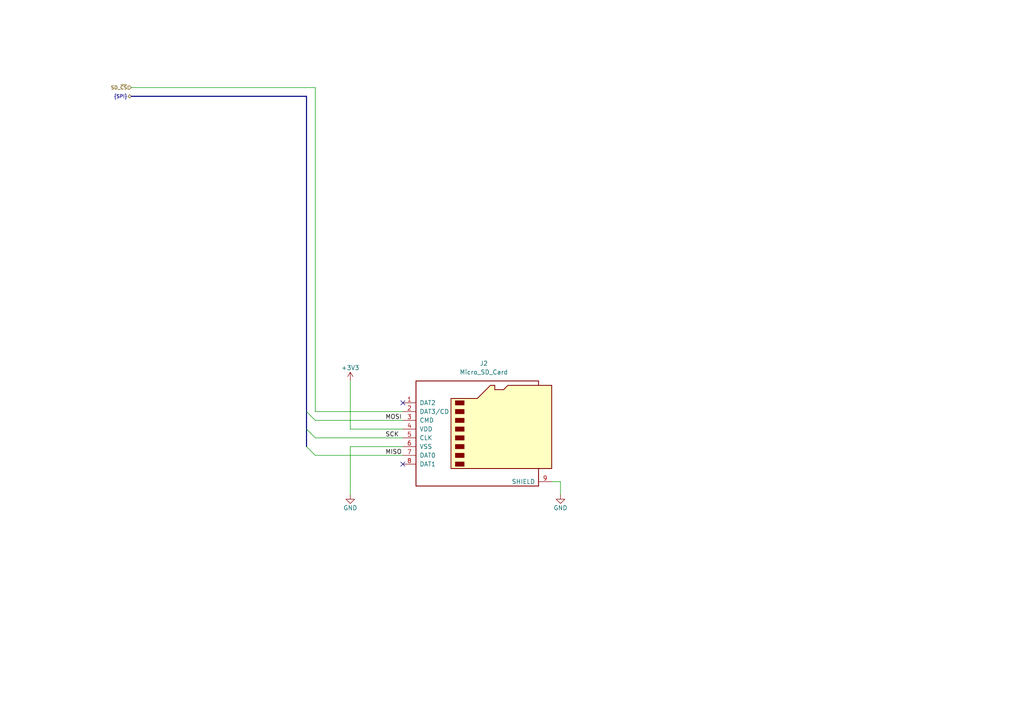
<source format=kicad_sch>
(kicad_sch (version 20211123) (generator eeschema)
  (paper "A4")
  (title_block (title "[canbrd] CAN/RS485 IO board") (date "2022-04-03") (rev "2.0"))
  (lib_symbols
    (symbol "Connector:Micro_SD_Card" (pin_names (offset 1.016))
      (property "Reference" "J" (at -16.51 15.24 0))
      (property "Value" "Micro_SD_Card" (at 16.51 15.24 0))
      (symbol "Micro_SD_Card_0_1"
        (rectangle (start -7.62 -9.525) (end -5.08 -10.795) (fill (type outline)))
        (rectangle (start -7.62 -6.985) (end -5.08 -8.255) (fill (type outline)))
        (rectangle (start -7.62 -4.445) (end -5.08 -5.715) (fill (type outline)))
        (rectangle (start -7.62 -1.905) (end -5.08 -3.175) (fill (type outline)))
        (rectangle (start -7.62 0.635) (end -5.08 -0.635) (fill (type outline)))
        (rectangle (start -7.62 3.175) (end -5.08 1.905) (fill (type outline)))
        (rectangle (start -7.62 5.715) (end -5.08 4.445) (fill (type outline)))
        (rectangle (start -7.62 8.255) (end -5.08 6.985) (fill (type outline)))
        (polyline (pts (xy 16.51 12.7) (xy 16.51 13.97) (xy -19.05 13.97) (xy -19.05 -16.51) (xy 16.51 -16.51) (xy 16.51 -11.43)) (stroke (width 0.254)))
        (polyline (pts (xy -8.89 -11.43) (xy -8.89 8.89) (xy -1.27 8.89) (xy 2.54 12.7) (xy 3.81 12.7) (xy 3.81 11.43) (xy 6.35 11.43) (xy 7.62 12.7) (xy 20.32 12.7) (xy 20.32 -11.43) (xy -8.89 -11.43)) (stroke (width 0.254)) (fill (type background)))
      )
      (symbol "Micro_SD_Card_1_1"
        (pin bidirectional line (at -22.86 7.62 0) (length 3.81) (name "DAT2") (number "1"))
        (pin bidirectional line (at -22.86 5.08 0) (length 3.81) (name "DAT3/CD") (number "2"))
        (pin input line (at -22.86 2.54 0) (length 3.81) (name "CMD") (number "3"))
        (pin power_in line (at -22.86 0 0) (length 3.81) (name "VDD") (number "4"))
        (pin input line (at -22.86 -2.54 0) (length 3.81) (name "CLK") (number "5"))
        (pin power_in line (at -22.86 -5.08 0) (length 3.81) (name "VSS") (number "6"))
        (pin bidirectional line (at -22.86 -7.62 0) (length 3.81) (name "DAT0") (number "7"))
        (pin bidirectional line (at -22.86 -10.16 0) (length 3.81) (name "DAT1") (number "8"))
        (pin passive line (at 20.32 -15.24 180) (length 3.81) (name "SHIELD") (number "9"))
      )
    )
    (symbol "power:+3.3V" (power) (pin_names (offset 0))
      (property "Value" "+3.3V" (at 0 3.556 0))
      (symbol "+3.3V_0_1"
        (polyline (pts (xy -0.762 1.27) (xy 0 2.54)))
        (polyline (pts (xy 0 0) (xy 0 2.54)))
        (polyline (pts (xy 0 2.54) (xy 0.762 1.27)))
      )
      (symbol "+3.3V_1_1"
        (pin power_in line (at 0 0 90) (length 0) hide (name "+3V3") (number "1"))
      )
    )
    (symbol "power:GND" (power) (pin_names (offset 0))
      (property "Value" "GND" (at 0 -3.81 0))
      (symbol "GND_0_1"
        (polyline (pts (xy 0 0) (xy 0 -1.27) (xy 1.27 -1.27) (xy 0 -2.54) (xy -1.27 -1.27) (xy 0 -1.27)))
      )
      (symbol "GND_1_1"
        (pin power_in line (at 0 0 270) (length 0) hide (name "GND") (number "1"))
      )
    )
  )
  (no_connect (at 116.84 134.62))
  (no_connect (at 116.84 116.84))
  (bus_entry (at 88.9 119.38) (size 2.54 2.54))
  (bus_entry (at 88.9 124.46) (size 2.54 2.54))
  (bus_entry (at 88.9 129.54) (size 2.54 2.54))
  (wire (pts (xy 38.1 25.4) (xy 91.44 25.4)))
  (bus (pts (xy 88.9 27.94) (xy 88.9 119.38)))
  (wire (pts (xy 162.56 143.51) (xy 162.56 139.7)))
  (wire (pts (xy 91.44 119.38) (xy 116.84 119.38)))
  (wire (pts (xy 91.44 25.4) (xy 91.44 119.38)))
  (bus (pts (xy 88.9 124.46) (xy 88.9 129.54)))
  (wire (pts (xy 101.6 129.54) (xy 101.6 143.51)))
  (wire (pts (xy 116.84 124.46) (xy 101.6 124.46)))
  (wire (pts (xy 91.44 127) (xy 116.84 127)))
  (wire (pts (xy 101.6 124.46) (xy 101.6 110.49)))
  (wire (pts (xy 91.44 121.92) (xy 116.84 121.92)))
  (bus (pts (xy 38.1 27.94) (xy 88.9 27.94)))
  (bus (pts (xy 88.9 119.38) (xy 88.9 124.46)))
  (wire (pts (xy 91.44 132.08) (xy 116.84 132.08)))
  (wire (pts (xy 116.84 129.54) (xy 101.6 129.54)))
  (wire (pts (xy 160.02 139.7) (xy 162.56 139.7)))
  (label "SCK" (at 111.76 127 0))
  (label "MOSI" (at 111.76 121.92 0))
  (label "MISO" (at 111.76 132.08 0))
  (hierarchical_label "SD_~{CS}" (shape input) (at 38.1 25.4 180) (effects (font (size 1 1))))
  (hierarchical_label "{SPI}" (shape bidirectional) (at 38.1 27.94 180) (effects (font (size 1 1))))
  (symbol (lib_id "power:GND") (at 162.56 143.51 0) (unit 1)
    (property "Reference" "#PWR0115" (effects hide))
    (property "Value" "GND" (at 162.56 147.32 0))
  )
  (symbol (lib_id "power:+3.3V") (at 101.6 110.49 0) (unit 1)
    (property "Reference" "#PWR0113" (effects hide))
    (property "Value" "+3.3V" (at 101.6 106.68 0))
  )
  (symbol (lib_id "power:GND") (at 101.6 143.51 0) (unit 1)
    (property "Reference" "#PWR0114" (effects hide))
    (property "Value" "GND" (at 101.6 147.32 0))
  )
  (symbol (lib_id "Connector:Micro_SD_Card") (at 139.7 124.46 0) (unit 1)
    (property "Reference" "J2" (at 140.335 105.41 0))
    (property "Value" "Micro_SD_Card" (at 140.335 107.95 0))
    (property "Footprint" "GTFH081x1YHR:GTFH081x1YHR" (effects hide))
    (property "Datasheet" "http://katalog.we-online.de/em/datasheet/693072010801.pdf" (effects hide))
  )
)
</source>
